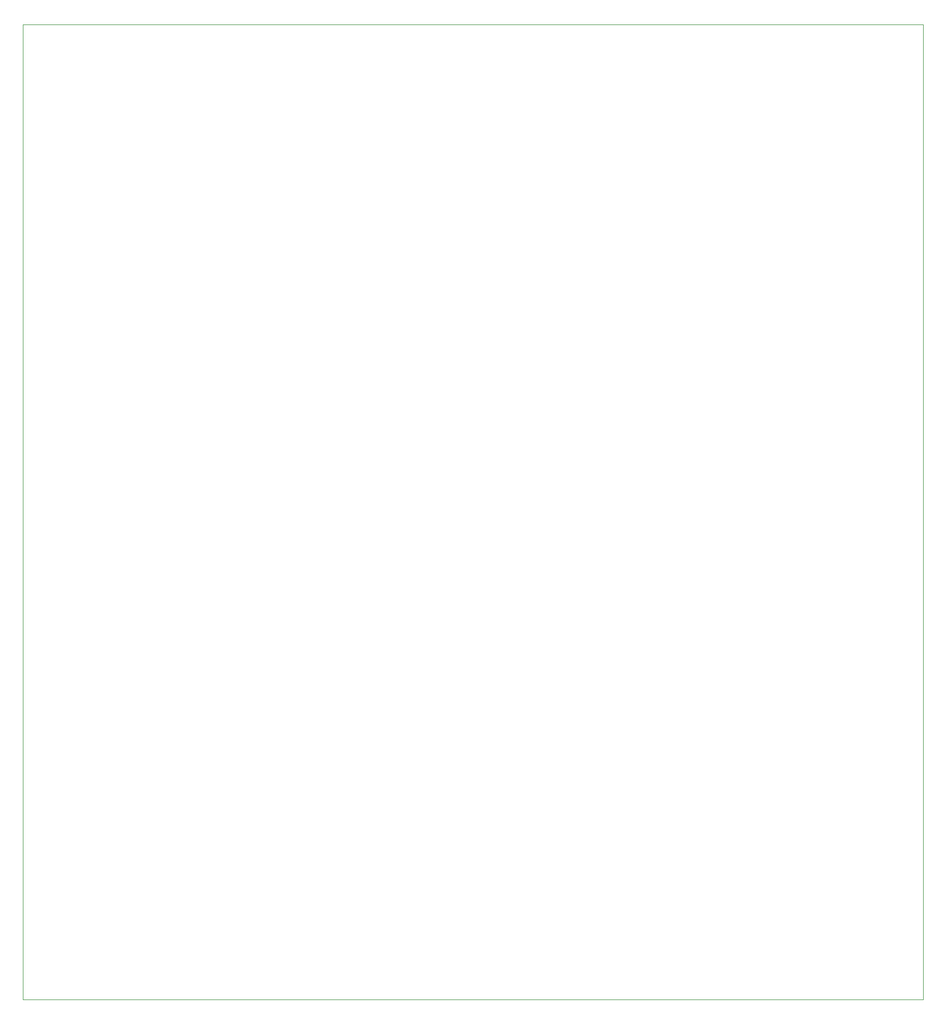
<source format=gbr>
%TF.GenerationSoftware,KiCad,Pcbnew,6.0.6+dfsg-1~bpo11+1*%
%TF.CreationDate,2022-11-12T15:23:50-08:00*%
%TF.ProjectId,BuildboticsController,4275696c-6462-46f7-9469-6373436f6e74,rev?*%
%TF.SameCoordinates,Original*%
%TF.FileFunction,Profile,NP*%
%FSLAX46Y46*%
G04 Gerber Fmt 4.6, Leading zero omitted, Abs format (unit mm)*
G04 Created by KiCad (PCBNEW 6.0.6+dfsg-1~bpo11+1) date 2022-11-12 15:23:50*
%MOMM*%
%LPD*%
G01*
G04 APERTURE LIST*
%TA.AperFunction,Profile*%
%ADD10C,0.100000*%
%TD*%
G04 APERTURE END LIST*
D10*
X20000000Y-175000000D02*
X163300000Y-175000000D01*
X163300000Y-175000000D02*
X163300000Y-20000000D01*
X163300000Y-20000000D02*
X20000000Y-20000000D01*
X20000000Y-20000000D02*
X20000000Y-175000000D01*
M02*

</source>
